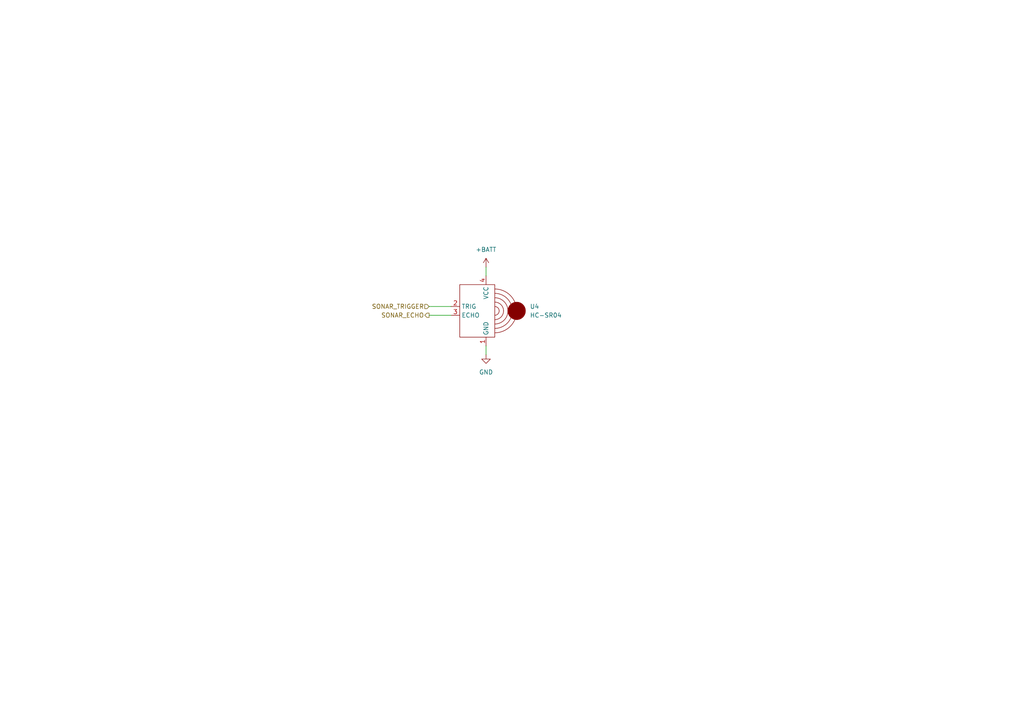
<source format=kicad_sch>
(kicad_sch (version 20230121) (generator eeschema)
  (paper "A4")
  (lib_symbols
    (symbol "minimouse:HC-SR04"
      (property "Reference" "U" (at 0 0 0))
      (property "Value" "HC-SR04" (at 0 0 0))
      (symbol "HC-SR04_0_1"
        (rectangle (start -7.62 7.62) (end 2.54 -7.62))
        (arc (start 2.54 -6.35) (mid 7.0301 -4.4901) (end 8.89 0))
        (arc (start 2.54 -5.08) (mid 6.1321 -3.5921) (end 7.62 0))
        (arc (start 2.54 -3.81) (mid 5.2341 -2.6941) (end 6.35 0))
        (arc (start 2.54 -2.54) (mid 4.3361 -1.7961) (end 5.08 0))
        (arc (start 2.54 -1.27) (mid 3.438 -0.898) (end 3.81 0))
        (arc (start 3.81 0) (mid 3.438 0.898) (end 2.54 1.27))
        (arc (start 5.08 0) (mid 4.3361 1.7961) (end 2.54 2.54))
        (arc (start 6.35 0) (mid 5.2341 2.6941) (end 2.54 3.81))
        (arc (start 7.62 0) (mid 6.1321 3.5921) (end 2.54 5.08))
        (arc (start 8.89 0) (mid 7.0301 4.4901) (end 2.54 6.35))
      )
      (symbol "HC-SR04_1_1"
        (circle (center 8.89 0) (radius 2.54) (fill (type outline)))
        (pin power_in line (at 0 -10.16 90) (length 2.54) (name "GND") (number "1"))
        (pin input line (at -10.16 1.27 0) (length 2.54) (name "TRIG") (number "2"))
        (pin output line (at -10.16 -1.27 0) (length 2.54) (name "ECHO") (number "3"))
        (pin power_in line (at 0 10.16 270) (length 2.54) (name "VCC") (number "4"))
      )
    )
    (symbol "power:+BATT" (power) (pin_names (offset 0))
      (property "Value" "+BATT" (at 0 3.556 0))
      (symbol "+BATT_0_1"
        (polyline (pts (xy -0.762 1.27) (xy 0 2.54)))
        (polyline (pts (xy 0 0) (xy 0 2.54)))
        (polyline (pts (xy 0 2.54) (xy 0.762 1.27)))
      )
      (symbol "+BATT_1_1"
        (pin power_in line (at 0 0 90) (length 0) hide (name "+BATT") (number "1"))
      )
    )
    (symbol "power:GND" (power) (pin_names (offset 0))
      (property "Value" "GND" (at 0 -3.81 0))
      (symbol "GND_0_1"
        (polyline (pts (xy 0 0) (xy 0 -1.27) (xy 1.27 -1.27) (xy 0 -2.54) (xy -1.27 -1.27) (xy 0 -1.27)))
      )
      (symbol "GND_1_1"
        (pin power_in line (at 0 0 270) (length 0) hide (name "GND") (number "1"))
      )
    )
  )
  (wire (pts (xy 140.97 77.47) (xy 140.97 80.01)))
  (wire (pts (xy 124.46 88.9) (xy 130.81 88.9)))
  (wire (pts (xy 140.97 100.33) (xy 140.97 102.87)))
  (wire (pts (xy 124.46 91.44) (xy 130.81 91.44)))
  (hierarchical_label "SONAR_TRIGGER" (shape input) (at 124.46 88.9 180))
  (hierarchical_label "SONAR_ECHO" (shape output) (at 124.46 91.44 180))
  (symbol (lib_id "minimouse:HC-SR04") (at 140.97 90.17 0) (unit 1)
    (property "Reference" "U4" (at 153.67 88.9 0) (effects (justify left)))
    (property "Value" "HC-SR04" (at 153.67 91.44 0) (effects (justify left)))
    (property "Footprint" "minimouse:HC-SR04" (effects hide))
  )
  (symbol (lib_id "power:+BATT") (at 140.97 77.47 0) (unit 1)
    (property "Reference" "#PWR024" (effects hide))
    (property "Value" "+BATT" (at 140.97 72.39 0))
  )
  (symbol (lib_id "power:GND") (at 140.97 102.87 0) (unit 1)
    (property "Reference" "#PWR025" (effects hide))
    (property "Value" "GND" (at 140.97 107.95 0))
  )
)
</source>
